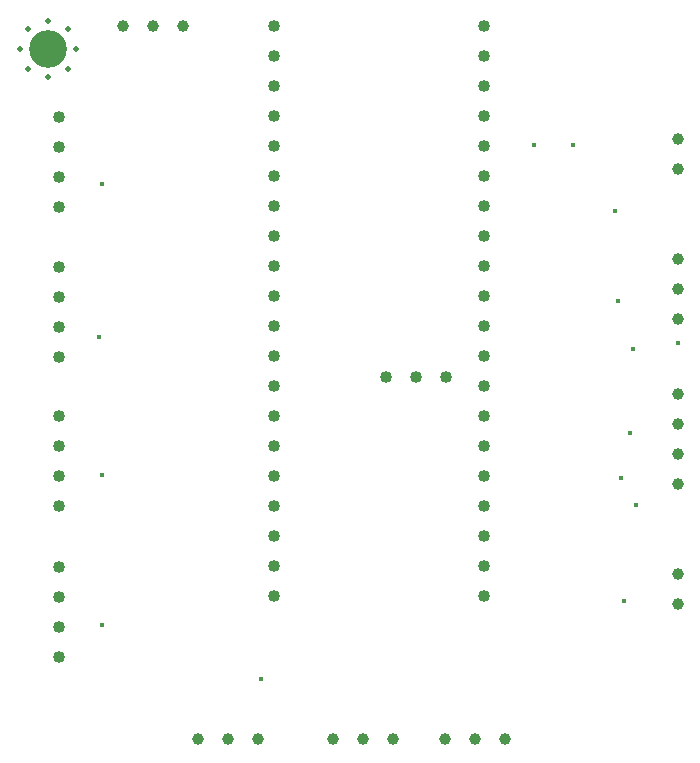
<source format=gbr>
%TF.GenerationSoftware,KiCad,Pcbnew,(6.0.8)*%
%TF.CreationDate,2022-10-30T19:38:10+01:00*%
%TF.ProjectId,fan.picow,66616e2e-7069-4636-9f77-2e6b69636164,rev?*%
%TF.SameCoordinates,Original*%
%TF.FileFunction,Plated,1,2,PTH,Drill*%
%TF.FilePolarity,Positive*%
%FSLAX46Y46*%
G04 Gerber Fmt 4.6, Leading zero omitted, Abs format (unit mm)*
G04 Created by KiCad (PCBNEW (6.0.8)) date 2022-10-30 19:38:10*
%MOMM*%
%LPD*%
G01*
G04 APERTURE LIST*
%TA.AperFunction,ViaDrill*%
%ADD10C,0.400000*%
%TD*%
%TA.AperFunction,ComponentDrill*%
%ADD11C,0.500000*%
%TD*%
%TA.AperFunction,ComponentDrill*%
%ADD12C,1.000000*%
%TD*%
%TA.AperFunction,ComponentDrill*%
%ADD13C,1.020000*%
%TD*%
%TA.AperFunction,ComponentDrill*%
%ADD14C,3.200000*%
%TD*%
G04 APERTURE END LIST*
D10*
X123698000Y-70104000D03*
X123952000Y-57150000D03*
X123952000Y-81788000D03*
X123952000Y-94488000D03*
X137414000Y-99060000D03*
X160528000Y-53848000D03*
X163830000Y-53848000D03*
X167386000Y-59436000D03*
X167640000Y-67056000D03*
X167894000Y-82042000D03*
X168148000Y-92456000D03*
X168656000Y-78232000D03*
X168910000Y-71120000D03*
X169164000Y-84328000D03*
X172720000Y-70612000D03*
D11*
%TO.C,H4*%
X116980000Y-45720000D03*
X117682944Y-44022944D03*
X117682944Y-47417056D03*
X119380000Y-43320000D03*
X119380000Y-48120000D03*
X121077056Y-44022944D03*
X121077056Y-47417056D03*
X121780000Y-45720000D03*
D12*
%TO.C,J6*%
X125745000Y-43815000D03*
X128285000Y-43815000D03*
X130825000Y-43815000D03*
%TO.C,J8*%
X132095000Y-104140000D03*
X134635000Y-104140000D03*
X137175000Y-104140000D03*
%TO.C,J9*%
X143495000Y-104140000D03*
X146035000Y-104140000D03*
X148575000Y-104140000D03*
%TO.C,JP1*%
X153035000Y-104140000D03*
X155575000Y-104140000D03*
X158115000Y-104140000D03*
%TO.C,J10*%
X172720000Y-53340000D03*
X172720000Y-55880000D03*
%TO.C,J12*%
X172720000Y-63500000D03*
X172720000Y-66040000D03*
X172720000Y-68580000D03*
%TO.C,J7*%
X172720000Y-74940000D03*
X172720000Y-77480000D03*
X172720000Y-80020000D03*
X172720000Y-82560000D03*
%TO.C,J11*%
X172720000Y-90170000D03*
X172720000Y-92710000D03*
D13*
%TO.C,J4*%
X120315000Y-51445000D03*
X120315000Y-53985000D03*
X120315000Y-56525000D03*
X120315000Y-59065000D03*
%TO.C,J5*%
X120315000Y-64145000D03*
X120315000Y-66685000D03*
X120315000Y-69225000D03*
X120315000Y-71765000D03*
%TO.C,J3*%
X120315000Y-76835000D03*
X120315000Y-79375000D03*
X120315000Y-81915000D03*
X120315000Y-84455000D03*
%TO.C,J2*%
X120315000Y-89545000D03*
X120315000Y-92085000D03*
X120315000Y-94625000D03*
X120315000Y-97165000D03*
%TO.C,U1*%
X138531600Y-43738800D03*
X138531600Y-46278800D03*
X138531600Y-48818800D03*
X138531600Y-51358800D03*
X138531600Y-53898800D03*
X138531600Y-56438800D03*
X138531600Y-58978800D03*
X138531600Y-61518800D03*
X138531600Y-64058800D03*
X138531600Y-66598800D03*
X138531600Y-69138800D03*
X138531600Y-71678800D03*
X138531600Y-74218800D03*
X138531600Y-76758800D03*
X138531600Y-79298800D03*
X138531600Y-81838800D03*
X138531600Y-84378800D03*
X138531600Y-86918800D03*
X138531600Y-89458800D03*
X138531600Y-91998800D03*
X148005700Y-73468800D03*
X150545700Y-73468800D03*
X153085700Y-73468800D03*
X156311600Y-43738800D03*
X156311600Y-46278800D03*
X156311600Y-48818800D03*
X156311600Y-51358800D03*
X156311600Y-53898800D03*
X156311600Y-56438800D03*
X156311600Y-58978800D03*
X156311600Y-61518800D03*
X156311600Y-64058800D03*
X156311600Y-66598800D03*
X156311600Y-69138800D03*
X156311600Y-71678800D03*
X156311600Y-74218800D03*
X156311600Y-76758800D03*
X156311600Y-79298800D03*
X156311600Y-81838800D03*
X156311600Y-84378800D03*
X156311600Y-86918800D03*
X156311600Y-89458800D03*
X156311600Y-91998800D03*
D14*
%TO.C,H4*%
X119380000Y-45720000D03*
M02*

</source>
